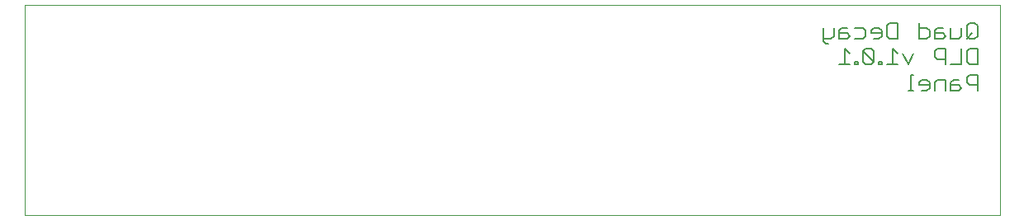
<source format=gbo>
G75*
%MOIN*%
%OFA0B0*%
%FSLAX25Y25*%
%IPPOS*%
%LPD*%
%AMOC8*
5,1,8,0,0,1.08239X$1,22.5*
%
%ADD10C,0.00000*%
%ADD11C,0.00600*%
D10*
X0001000Y0001250D02*
X0001000Y0086211D01*
X0394701Y0086211D01*
X0394701Y0001250D01*
X0001000Y0001250D01*
D11*
X0323420Y0071482D02*
X0324488Y0070415D01*
X0325555Y0070415D01*
X0323420Y0071482D02*
X0323420Y0076820D01*
X0327691Y0076820D02*
X0327691Y0073618D01*
X0326623Y0072550D01*
X0323420Y0072550D01*
X0329866Y0072550D02*
X0333068Y0072550D01*
X0334136Y0073618D01*
X0333068Y0074685D01*
X0329866Y0074685D01*
X0329866Y0075753D02*
X0329866Y0072550D01*
X0336311Y0072550D02*
X0339514Y0072550D01*
X0340582Y0073618D01*
X0340582Y0075753D01*
X0339514Y0076820D01*
X0336311Y0076820D01*
X0333068Y0076820D02*
X0330933Y0076820D01*
X0329866Y0075753D01*
X0342757Y0075753D02*
X0342757Y0074685D01*
X0347027Y0074685D01*
X0347027Y0073618D02*
X0347027Y0075753D01*
X0345959Y0076820D01*
X0343824Y0076820D01*
X0342757Y0075753D01*
X0345959Y0072550D02*
X0347027Y0073618D01*
X0345959Y0072550D02*
X0343824Y0072550D01*
X0349202Y0073618D02*
X0350270Y0072550D01*
X0353473Y0072550D01*
X0353473Y0078955D01*
X0350270Y0078955D01*
X0349202Y0077888D01*
X0349202Y0073618D01*
X0362093Y0072550D02*
X0365296Y0072550D01*
X0366364Y0073618D01*
X0366364Y0075753D01*
X0365296Y0076820D01*
X0362093Y0076820D01*
X0362093Y0078955D02*
X0362093Y0072550D01*
X0368539Y0072550D02*
X0371741Y0072550D01*
X0372809Y0073618D01*
X0371741Y0074685D01*
X0368539Y0074685D01*
X0368539Y0075753D02*
X0368539Y0072550D01*
X0374984Y0072550D02*
X0374984Y0076820D01*
X0371741Y0076820D02*
X0369606Y0076820D01*
X0368539Y0075753D01*
X0378187Y0072550D02*
X0379255Y0073618D01*
X0379255Y0076820D01*
X0381430Y0077888D02*
X0381430Y0073618D01*
X0382497Y0072550D01*
X0384632Y0072550D01*
X0385700Y0073618D01*
X0385700Y0077888D01*
X0384632Y0078955D01*
X0382497Y0078955D01*
X0381430Y0077888D01*
X0383565Y0074685D02*
X0381430Y0072550D01*
X0378187Y0072550D02*
X0374984Y0072550D01*
X0372809Y0068455D02*
X0369606Y0068455D01*
X0368539Y0067388D01*
X0368539Y0065253D01*
X0369606Y0064185D01*
X0372809Y0064185D01*
X0372809Y0062050D02*
X0372809Y0068455D01*
X0379255Y0068455D02*
X0379255Y0062050D01*
X0374984Y0062050D01*
X0381430Y0063118D02*
X0382497Y0062050D01*
X0385700Y0062050D01*
X0385700Y0068455D01*
X0382497Y0068455D01*
X0381430Y0067388D01*
X0381430Y0063118D01*
X0382497Y0057955D02*
X0381430Y0056888D01*
X0381430Y0054753D01*
X0382497Y0053685D01*
X0385700Y0053685D01*
X0385700Y0051550D02*
X0385700Y0057955D01*
X0382497Y0057955D01*
X0378187Y0055820D02*
X0376052Y0055820D01*
X0374984Y0054753D01*
X0374984Y0051550D01*
X0378187Y0051550D01*
X0379255Y0052618D01*
X0378187Y0053685D01*
X0374984Y0053685D01*
X0369606Y0055820D02*
X0368539Y0054753D01*
X0368539Y0051550D01*
X0366364Y0052618D02*
X0366364Y0054753D01*
X0365296Y0055820D01*
X0363161Y0055820D01*
X0362093Y0054753D01*
X0362093Y0053685D01*
X0366364Y0053685D01*
X0366364Y0052618D02*
X0365296Y0051550D01*
X0363161Y0051550D01*
X0359918Y0051550D02*
X0357783Y0051550D01*
X0358850Y0051550D02*
X0358850Y0057955D01*
X0359918Y0057955D01*
X0369606Y0055820D02*
X0372809Y0055820D01*
X0372809Y0051550D01*
X0357783Y0062050D02*
X0355648Y0066320D01*
X0353473Y0066320D02*
X0351337Y0068455D01*
X0351337Y0062050D01*
X0349202Y0062050D02*
X0353473Y0062050D01*
X0357783Y0062050D02*
X0359918Y0066320D01*
X0347027Y0063118D02*
X0345959Y0063118D01*
X0345959Y0062050D01*
X0347027Y0062050D01*
X0347027Y0063118D01*
X0343804Y0063118D02*
X0342737Y0062050D01*
X0340602Y0062050D01*
X0339534Y0063118D01*
X0339534Y0067388D01*
X0343804Y0063118D01*
X0343804Y0067388D01*
X0342737Y0068455D01*
X0340602Y0068455D01*
X0339534Y0067388D01*
X0334136Y0066320D02*
X0332001Y0068455D01*
X0332001Y0062050D01*
X0334136Y0062050D02*
X0329866Y0062050D01*
X0336291Y0062050D02*
X0336291Y0063118D01*
X0337359Y0063118D01*
X0337359Y0062050D01*
X0336291Y0062050D01*
M02*

</source>
